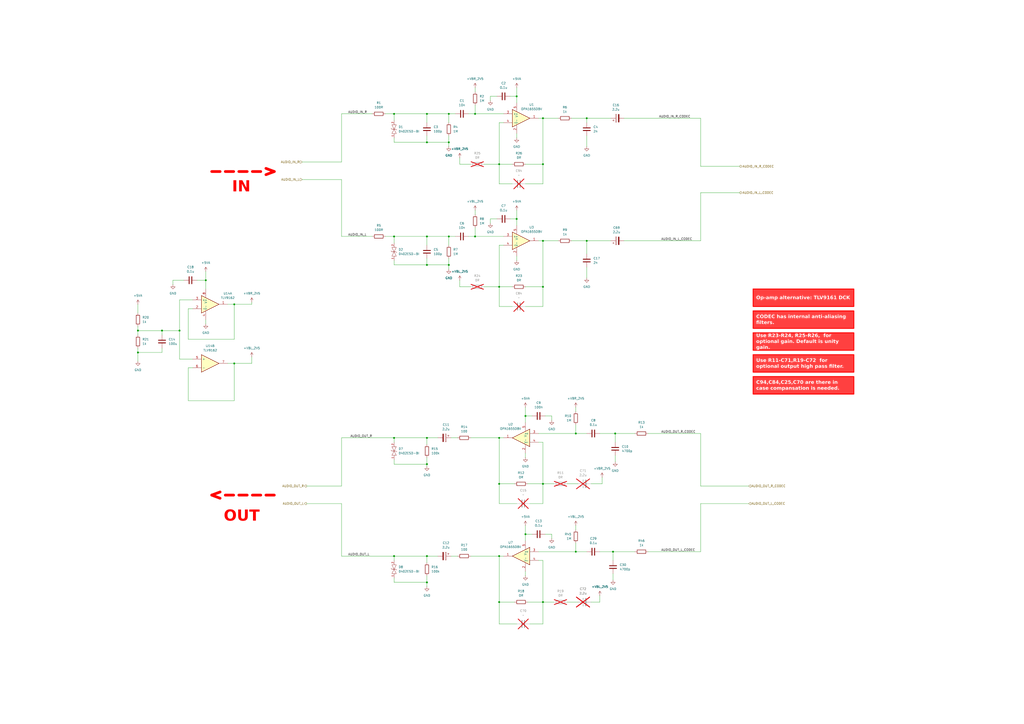
<source format=kicad_sch>
(kicad_sch (version 20231120) (generator "eeschema") (generator_version "8.0")
  (paper "A2")
  (title_block (title "ANALOG") (date "2025-03-29") (rev "0.1"))
  (lib_symbols
    (symbol "Device:C" (pin_numbers hide) (pin_names (offset 0.254))
      (property "Reference" "C" (at 0.635 2.54 0))
      (property "Value" "C" (at 0.635 -2.54 0))
      (symbol "C_0_1"
        (polyline (pts (xy -2.032 -0.762) (xy 2.032 -0.762)) (stroke (width 0.508)))
        (polyline (pts (xy -2.032 0.762) (xy 2.032 0.762)) (stroke (width 0.508)))
      )
      (symbol "C_1_1"
        (pin passive line (at 0 3.81 270) (length 2.794) (name "~") (number "1"))
        (pin passive line (at 0 -3.81 90) (length 2.794) (name "~") (number "2"))
      )
    )
    (symbol "Device:C_Polarized" (pin_numbers hide) (pin_names (offset 0.254))
      (property "Reference" "C" (at 0.635 2.54 0))
      (property "Value" "C_Polarized" (at 0.635 -2.54 0))
      (symbol "C_Polarized_0_1"
        (rectangle (start -2.286 0.508) (end 2.286 1.016))
        (polyline (pts (xy -1.778 2.286) (xy -0.762 2.286)))
        (polyline (pts (xy -1.27 2.794) (xy -1.27 1.778)))
        (rectangle (start 2.286 -0.508) (end -2.286 -1.016) (fill (type outline)))
      )
      (symbol "C_Polarized_1_1"
        (pin passive line (at 0 3.81 270) (length 2.794) (name "~") (number "1"))
        (pin passive line (at 0 -3.81 90) (length 2.794) (name "~") (number "2"))
      )
    )
    (symbol "Device:R" (pin_numbers hide) (pin_names (offset 0))
      (property "Reference" "R" (at 2.032 0 90))
      (property "Value" "R" (at 0 0 90))
      (symbol "R_0_1"
        (rectangle (start -1.016 -2.54) (end 1.016 2.54) (stroke (width 0.254)))
      )
      (symbol "R_1_1"
        (pin passive line (at 0 3.81 270) (length 1.27) (name "~") (number "1"))
        (pin passive line (at 0 -3.81 90) (length 1.27) (name "~") (number "2"))
      )
    )
    (symbol "Wirelles_Guitar_Jack:0402ESD-BI" (pin_names (offset 1.016))
      (property "Reference" "D" (at 0 3.8109 0))
      (property "Value" "0402ESD-BI" (at 0 -5.0885 0))
      (symbol "0402ESD-BI_0_0"
        (pin passive line (at -2.54 0 0) (length 2.54) (name "~") (number "1"))
        (pin passive line (at 7.62 0 180) (length 2.54) (name "~") (number "2"))
      )
      (symbol "0402ESD-BI_0_1"
        (polyline (pts (xy 2.54 1.27) (xy 3.048 1.778)))
        (polyline (pts (xy 2.54 1.27) (xy 2.54 -1.016) (xy 2.032 -1.524)))
        (polyline (pts (xy 0 -1.27) (xy 0 1.27) (xy 2.54 0) (xy 0 -1.27)))
        (polyline (pts (xy 2.54 0) (xy 5.08 -1.27) (xy 5.08 1.27) (xy 2.54 0)))
      )
    )
    (symbol "Wirelles_Guitar_Jack:OPA1655DBV"
      (property "Reference" "U" (at 0 0 0))
      (property "Value" "OPA1655DBV" (at 0 0 0))
      (symbol "OPA1655DBV_0_1"
        (polyline (pts (xy 0 -2.54) (xy 0 -12.7) (xy 10.16 -7.62) (xy 0 -2.54)) (stroke (width 0.254)) (fill (type background)))
      )
      (symbol "OPA1655DBV_1_1"
        (pin output line (at 15.24 -7.62 180) (length 5.08) (name "") (number "1"))
        (pin power_in line (at 2.54 -16.51 90) (length 5.08) (name "V-") (number "2"))
        (pin input line (at -5.08 -5.08 0) (length 5.08) (name "+") (number "3"))
        (pin input line (at -5.08 -10.16 0) (length 5.08) (name "-") (number "4"))
        (pin power_in line (at 2.54 1.27 270) (length 5.08) (name "V+") (number "5"))
      )
    )
    (symbol "Wirelles_Guitar_Jack:TLV9162"
      (property "Reference" "U" (at 0 0 0))
      (property "Value" "TLV9162" (at 0 0 0))
      (symbol "TLV9162_0_1"
        (polyline (pts (xy -1.27 -11.43) (xy -1.27 -21.59) (xy 8.89 -16.51) (xy -1.27 -11.43)) (stroke (width 0.254)) (fill (type background)))
      )
      (symbol "TLV9162_1_1"
        (pin output line (at 13.97 -16.51 180) (length 5.08) (name "") (number "1"))
        (pin input line (at -6.35 -19.05 0) (length 5.08) (name "-") (number "2"))
        (pin input line (at -6.35 -13.97 0) (length 5.08) (name "+") (number "3"))
        (pin power_in line (at 1.27 -25.4 90) (length 5.08) (name "V-") (number "4"))
        (pin power_in line (at 1.27 -7.62 270) (length 5.08) (name "V+") (number "8"))
      )
      (symbol "TLV9162_2_1"
        (pin input line (at -6.35 -13.97 0) (length 5.08) (name "+") (number "5"))
        (pin input line (at -6.35 -19.05 0) (length 5.08) (name "-") (number "6"))
        (pin output line (at 13.97 -16.51 180) (length 5.08) (name "") (number "7"))
      )
    )
    (symbol "power:+5VA" (power) (pin_numbers hide) (pin_names (offset 0) hide)
      (property "Value" "+5VA" (at 0 3.556 0))
      (symbol "+5VA_0_1"
        (polyline (pts (xy -0.762 1.27) (xy 0 2.54)))
        (polyline (pts (xy 0 0) (xy 0 2.54)))
        (polyline (pts (xy 0 2.54) (xy 0.762 1.27)))
      )
      (symbol "+5VA_1_1"
        (pin power_in line (at 0 0 90) (length 0) (name "~") (number "1"))
      )
    )
    (symbol "power:GND" (power) (pin_numbers hide) (pin_names (offset 0) hide)
      (property "Value" "GND" (at 0 -3.81 0))
      (symbol "GND_0_1"
        (polyline (pts (xy 0 0) (xy 0 -1.27) (xy 1.27 -1.27) (xy 0 -2.54) (xy -1.27 -1.27) (xy 0 -1.27)))
      )
      (symbol "GND_1_1"
        (pin power_in line (at 0 0 270) (length 0) (name "~") (number "1"))
      )
    )
  )
  (junction (at 314.96 166.37))
  (junction (at 275.59 137.16))
  (junction (at 355.6 320.04))
  (junction (at 260.35 153.67))
  (junction (at 334.01 251.46))
  (junction (at 80.01 204.47))
  (junction (at 119.38 162.56))
  (junction (at 247.65 153.67))
  (junction (at 228.6 66.04))
  (junction (at 314.96 68.58))
  (junction (at 247.65 269.24))
  (junction (at 135.89 176.53))
  (junction (at 340.36 68.58))
  (junction (at 247.65 82.55))
  (junction (at 289.56 280.67))
  (junction (at 228.6 254))
  (junction (at 247.65 66.04))
  (junction (at 247.65 322.58))
  (junction (at 314.96 95.25))
  (junction (at 80.01 191.77))
  (junction (at 247.65 337.82))
  (junction (at 289.56 95.25))
  (junction (at 314.96 139.7))
  (junction (at 260.35 82.55))
  (junction (at 334.01 320.04))
  (junction (at 304.8 241.3))
  (junction (at 93.98 191.77))
  (junction (at 247.65 254))
  (junction (at 247.65 137.16))
  (junction (at 135.89 210.82))
  (junction (at 356.87 251.46))
  (junction (at 228.6 322.58))
  (junction (at 304.8 309.88))
  (junction (at 314.96 280.67))
  (junction (at 340.36 139.7))
  (junction (at 289.56 254))
  (junction (at 314.96 349.25))
  (junction (at 299.72 127))
  (junction (at 289.56 322.58))
  (junction (at 260.35 66.04))
  (junction (at 228.6 137.16))
  (junction (at 104.14 191.77))
  (junction (at 289.56 166.37))
  (junction (at 289.56 349.25))
  (junction (at 299.72 55.88))
  (junction (at 275.59 66.04))
  (junction (at 260.35 137.16))
  (wire (pts (xy 304.8 95.25) (xy 314.96 95.25)))
  (wire (pts (xy 247.65 82.55) (xy 260.35 82.55)))
  (wire (pts (xy 314.96 68.58) (xy 323.85 68.58)))
  (wire (pts (xy 266.7 95.25) (xy 273.05 95.25)))
  (wire (pts (xy 100.33 162.56) (xy 106.68 162.56)))
  (wire (pts (xy 304.8 262.89) (xy 304.8 265.43)))
  (wire (pts (xy 406.4 292.1) (xy 406.4 320.04)))
  (wire (pts (xy 223.52 66.04) (xy 228.6 66.04)))
  (wire (pts (xy 320.04 241.3) (xy 320.04 243.84)))
  (wire (pts (xy 228.6 66.04) (xy 247.65 66.04)))
  (wire (pts (xy 308.61 309.88) (xy 304.8 309.88)))
  (wire (pts (xy 104.14 173.99) (xy 104.14 191.77)))
  (wire (pts (xy 316.23 241.3) (xy 320.04 241.3)))
  (wire (pts (xy 111.76 213.36) (xy 109.22 213.36)))
  (wire (pts (xy 266.7 166.37) (xy 266.7 162.56)))
  (wire (pts (xy 266.7 91.44) (xy 266.7 95.25)))
  (wire (pts (xy 93.98 191.77) (xy 104.14 191.77)))
  (wire (pts (xy 228.6 82.55) (xy 247.65 82.55)))
  (wire (pts (xy 361.95 139.7) (xy 406.4 139.7)))
  (wire (pts (xy 406.4 68.58) (xy 406.4 96.52)))
  (wire (pts (xy 228.6 153.67) (xy 247.65 153.67)))
  (wire (pts (xy 375.92 320.04) (xy 406.4 320.04)))
  (wire (pts (xy 80.01 191.77) (xy 80.01 194.31)))
  (wire (pts (xy 275.59 60.96) (xy 275.59 66.04)))
  (wire (pts (xy 260.35 153.67) (xy 260.35 156.21)))
  (wire (pts (xy 119.38 185.42) (xy 119.38 187.96)))
  (wire (pts (xy 299.72 148.59) (xy 299.72 151.13)))
  (wire (pts (xy 331.47 139.7) (xy 340.36 139.7)))
  (wire (pts (xy 299.72 77.47) (xy 299.72 80.01)))
  (wire (pts (xy 299.72 121.92) (xy 299.72 127)))
  (wire (pts (xy 109.22 179.07) (xy 109.22 196.85)))
  (wire (pts (xy 361.95 68.58) (xy 406.4 68.58)))
  (wire (pts (xy 260.35 82.55) (xy 260.35 78.74)))
  (wire (pts (xy 320.04 309.88) (xy 320.04 312.42)))
  (wire (pts (xy 340.36 154.94) (xy 340.36 161.29)))
  (wire (pts (xy 284.48 127) (xy 284.48 129.54)))
  (wire (pts (xy 340.36 78.74) (xy 340.36 85.09)))
  (wire (pts (xy 299.72 50.8) (xy 299.72 55.88)))
  (wire (pts (xy 312.42 325.12) (xy 314.96 325.12)))
  (wire (pts (xy 247.65 337.82) (xy 247.65 340.36)))
  (wire (pts (xy 349.25 276.86) (xy 349.25 280.67)))
  (wire (pts (xy 111.76 179.07) (xy 109.22 179.07)))
  (wire (pts (xy 289.56 106.68) (xy 297.18 106.68)))
  (wire (pts (xy 406.4 251.46) (xy 406.4 281.94)))
  (wire (pts (xy 80.01 191.77) (xy 93.98 191.77)))
  (wire (pts (xy 314.96 256.54) (xy 314.96 280.67)))
  (wire (pts (xy 271.78 66.04) (xy 275.59 66.04)))
  (wire (pts (xy 198.12 66.04) (xy 198.12 93.98)))
  (wire (pts (xy 93.98 204.47) (xy 93.98 201.93)))
  (wire (pts (xy 135.89 210.82) (xy 132.08 210.82)))
  (wire (pts (xy 304.8 309.88) (xy 304.8 313.69)))
  (wire (pts (xy 175.26 93.98) (xy 198.12 93.98)))
  (wire (pts (xy 135.89 232.41) (xy 135.89 210.82)))
  (wire (pts (xy 356.87 264.16) (xy 356.87 267.97)))
  (wire (pts (xy 223.52 137.16) (xy 228.6 137.16)))
  (wire (pts (xy 100.33 165.1) (xy 100.33 162.56)))
  (wire (pts (xy 198.12 137.16) (xy 198.12 104.14)))
  (wire (pts (xy 80.01 204.47) (xy 93.98 204.47)))
  (wire (pts (xy 334.01 236.22) (xy 334.01 238.76)))
  (wire (pts (xy 260.35 137.16) (xy 264.16 137.16)))
  (wire (pts (xy 355.6 320.04) (xy 368.3 320.04)))
  (wire (pts (xy 198.12 137.16) (xy 215.9 137.16)))
  (wire (pts (xy 247.65 254) (xy 247.65 257.81)))
  (wire (pts (xy 292.1 71.12) (xy 289.56 71.12)))
  (wire (pts (xy 119.38 162.56) (xy 119.38 157.48)))
  (wire (pts (xy 135.89 196.85) (xy 135.89 176.53)))
  (wire (pts (xy 314.96 139.7) (xy 314.96 166.37)))
  (wire (pts (xy 228.6 266.7) (xy 228.6 269.24)))
  (wire (pts (xy 109.22 232.41) (xy 135.89 232.41)))
  (wire (pts (xy 198.12 322.58) (xy 228.6 322.58)))
  (wire (pts (xy 260.35 153.67) (xy 260.35 149.86)))
  (wire (pts (xy 275.59 50.8) (xy 275.59 53.34)))
  (wire (pts (xy 314.96 361.95) (xy 307.34 361.95)))
  (wire (pts (xy 114.3 162.56) (xy 119.38 162.56)))
  (wire (pts (xy 247.65 66.04) (xy 247.65 71.12)))
  (wire (pts (xy 228.6 66.04) (xy 228.6 69.85)))
  (wire (pts (xy 146.05 207.01) (xy 146.05 210.82)))
  (wire (pts (xy 280.67 95.25) (xy 289.56 95.25)))
  (wire (pts (xy 299.72 292.1) (xy 289.56 292.1)))
  (wire (pts (xy 321.31 349.25) (xy 314.96 349.25)))
  (wire (pts (xy 228.6 151.13) (xy 228.6 153.67)))
  (wire (pts (xy 266.7 166.37) (xy 273.05 166.37)))
  (wire (pts (xy 80.01 204.47) (xy 80.01 209.55)))
  (wire (pts (xy 247.65 78.74) (xy 247.65 82.55)))
  (wire (pts (xy 314.96 325.12) (xy 314.96 349.25)))
  (wire (pts (xy 289.56 292.1) (xy 289.56 280.67)))
  (wire (pts (xy 289.56 322.58) (xy 289.56 349.25)))
  (wire (pts (xy 135.89 176.53) (xy 132.08 176.53)))
  (wire (pts (xy 288.29 127) (xy 284.48 127)))
  (wire (pts (xy 312.42 320.04) (xy 334.01 320.04)))
  (wire (pts (xy 247.65 265.43) (xy 247.65 269.24)))
  (wire (pts (xy 177.8 292.1) (xy 198.12 292.1)))
  (wire (pts (xy 299.72 127) (xy 299.72 130.81)))
  (wire (pts (xy 119.38 162.56) (xy 119.38 167.64)))
  (wire (pts (xy 299.72 55.88) (xy 299.72 59.69)))
  (wire (pts (xy 328.93 349.25) (xy 335.28 349.25)))
  (wire (pts (xy 356.87 251.46) (xy 368.3 251.46)))
  (wire (pts (xy 355.6 320.04) (xy 355.6 325.12)))
  (wire (pts (xy 347.98 251.46) (xy 356.87 251.46)))
  (wire (pts (xy 228.6 137.16) (xy 228.6 140.97)))
  (wire (pts (xy 304.8 331.47) (xy 304.8 334.01)))
  (wire (pts (xy 340.36 139.7) (xy 340.36 147.32)))
  (wire (pts (xy 349.25 280.67) (xy 342.9 280.67)))
  (wire (pts (xy 347.98 320.04) (xy 355.6 320.04)))
  (wire (pts (xy 260.35 82.55) (xy 260.35 85.09)))
  (wire (pts (xy 292.1 142.24) (xy 289.56 142.24)))
  (wire (pts (xy 275.59 121.92) (xy 275.59 124.46)))
  (wire (pts (xy 304.8 177.8) (xy 314.96 177.8)))
  (wire (pts (xy 289.56 322.58) (xy 292.1 322.58)))
  (wire (pts (xy 406.4 111.76) (xy 429.26 111.76)))
  (wire (pts (xy 334.01 246.38) (xy 334.01 251.46)))
  (wire (pts (xy 314.96 68.58) (xy 314.96 95.25)))
  (wire (pts (xy 299.72 361.95) (xy 289.56 361.95)))
  (wire (pts (xy 406.4 96.52) (xy 429.26 96.52)))
  (wire (pts (xy 80.01 201.93) (xy 80.01 204.47)))
  (wire (pts (xy 304.8 241.3) (xy 304.8 245.11)))
  (wire (pts (xy 328.93 280.67) (xy 335.28 280.67)))
  (wire (pts (xy 80.01 189.23) (xy 80.01 191.77)))
  (wire (pts (xy 340.36 320.04) (xy 334.01 320.04)))
  (wire (pts (xy 321.31 280.67) (xy 314.96 280.67)))
  (wire (pts (xy 314.96 95.25) (xy 314.96 106.68)))
  (wire (pts (xy 228.6 269.24) (xy 247.65 269.24)))
  (wire (pts (xy 228.6 80.01) (xy 228.6 82.55)))
  (wire (pts (xy 109.22 213.36) (xy 109.22 232.41)))
  (wire (pts (xy 104.14 173.99) (xy 111.76 173.99)))
  (wire (pts (xy 356.87 251.46) (xy 356.87 256.54)))
  (wire (pts (xy 289.56 95.25) (xy 289.56 106.68)))
  (wire (pts (xy 289.56 142.24) (xy 289.56 166.37)))
  (wire (pts (xy 316.23 309.88) (xy 320.04 309.88)))
  (wire (pts (xy 289.56 361.95) (xy 289.56 349.25)))
  (wire (pts (xy 289.56 166.37) (xy 289.56 177.8)))
  (wire (pts (xy 306.07 280.67) (xy 314.96 280.67)))
  (wire (pts (xy 228.6 335.28) (xy 228.6 337.82)))
  (wire (pts (xy 198.12 254) (xy 198.12 281.94)))
  (wire (pts (xy 406.4 281.94) (xy 434.34 281.94)))
  (wire (pts (xy 247.65 66.04) (xy 260.35 66.04)))
  (wire (pts (xy 80.01 176.53) (xy 80.01 181.61)))
  (wire (pts (xy 347.98 349.25) (xy 342.9 349.25)))
  (wire (pts (xy 146.05 176.53) (xy 135.89 176.53)))
  (wire (pts (xy 314.96 68.58) (xy 312.42 68.58)))
  (wire (pts (xy 109.22 196.85) (xy 135.89 196.85)))
  (wire (pts (xy 334.01 304.8) (xy 334.01 307.34)))
  (wire (pts (xy 275.59 66.04) (xy 292.1 66.04)))
  (wire (pts (xy 247.65 254) (xy 228.6 254)))
  (wire (pts (xy 247.65 137.16) (xy 260.35 137.16)))
  (wire (pts (xy 308.61 241.3) (xy 304.8 241.3)))
  (wire (pts (xy 355.6 332.74) (xy 355.6 336.55)))
  (wire (pts (xy 314.96 280.67) (xy 314.96 292.1)))
  (wire (pts (xy 247.65 269.24) (xy 247.65 270.51)))
  (wire (pts (xy 280.67 166.37) (xy 289.56 166.37)))
  (wire (pts (xy 271.78 137.16) (xy 275.59 137.16)))
  (wire (pts (xy 104.14 208.28) (xy 104.14 191.77)))
  (wire (pts (xy 261.62 254) (xy 265.43 254)))
  (wire (pts (xy 198.12 254) (xy 228.6 254)))
  (wire (pts (xy 340.36 68.58) (xy 354.33 68.58)))
  (wire (pts (xy 247.65 254) (xy 254 254)))
  (wire (pts (xy 331.47 68.58) (xy 340.36 68.58)))
  (wire (pts (xy 93.98 191.77) (xy 93.98 194.31)))
  (wire (pts (xy 260.35 137.16) (xy 260.35 142.24)))
  (wire (pts (xy 298.45 280.67) (xy 289.56 280.67)))
  (wire (pts (xy 198.12 292.1) (xy 198.12 322.58)))
  (wire (pts (xy 284.48 55.88) (xy 284.48 58.42)))
  (wire (pts (xy 111.76 208.28) (xy 104.14 208.28)))
  (wire (pts (xy 312.42 256.54) (xy 314.96 256.54)))
  (wire (pts (xy 289.56 254) (xy 289.56 280.67)))
  (wire (pts (xy 146.05 210.82) (xy 135.89 210.82)))
  (wire (pts (xy 198.12 66.04) (xy 215.9 66.04)))
  (wire (pts (xy 247.65 322.58) (xy 247.65 326.39)))
  (wire (pts (xy 340.36 139.7) (xy 354.33 139.7)))
  (wire (pts (xy 304.8 166.37) (xy 314.96 166.37)))
  (wire (pts (xy 289.56 95.25) (xy 297.18 95.25)))
  (wire (pts (xy 314.96 166.37) (xy 314.96 177.8)))
  (wire (pts (xy 297.18 166.37) (xy 289.56 166.37)))
  (wire (pts (xy 347.98 345.44) (xy 347.98 349.25)))
  (wire (pts (xy 273.05 254) (xy 289.56 254)))
  (wire (pts (xy 247.65 137.16) (xy 247.65 142.24)))
  (wire (pts (xy 275.59 137.16) (xy 292.1 137.16)))
  (wire (pts (xy 375.92 251.46) (xy 406.4 251.46)))
  (wire (pts (xy 304.8 236.22) (xy 304.8 241.3)))
  (wire (pts (xy 228.6 337.82) (xy 247.65 337.82)))
  (wire (pts (xy 304.8 304.8) (xy 304.8 309.88)))
  (wire (pts (xy 314.96 139.7) (xy 312.42 139.7)))
  (wire (pts (xy 260.35 66.04) (xy 260.35 71.12)))
  (wire (pts (xy 228.6 254) (xy 228.6 256.54)))
  (wire (pts (xy 312.42 251.46) (xy 334.01 251.46)))
  (wire (pts (xy 177.8 281.94) (xy 198.12 281.94)))
  (wire (pts (xy 228.6 322.58) (xy 228.6 325.12)))
  (wire (pts (xy 247.65 322.58) (xy 254 322.58)))
  (wire (pts (xy 334.01 314.96) (xy 334.01 320.04)))
  (wire (pts (xy 247.65 149.86) (xy 247.65 153.67)))
  (wire (pts (xy 247.65 334.01) (xy 247.65 337.82)))
  (wire (pts (xy 247.65 153.67) (xy 260.35 153.67)))
  (wire (pts (xy 314.96 292.1) (xy 307.34 292.1)))
  (wire (pts (xy 304.8 106.68) (xy 314.96 106.68)))
  (wire (pts (xy 273.05 322.58) (xy 289.56 322.58)))
  (wire (pts (xy 146.05 175.26) (xy 146.05 176.53)))
  (wire (pts (xy 406.4 111.76) (xy 406.4 139.7)))
  (wire (pts (xy 175.26 104.14) (xy 198.12 104.14)))
  (wire (pts (xy 314.96 139.7) (xy 323.85 139.7)))
  (wire (pts (xy 260.35 66.04) (xy 264.16 66.04)))
  (wire (pts (xy 295.91 55.88) (xy 299.72 55.88)))
  (wire (pts (xy 298.45 349.25) (xy 289.56 349.25)))
  (wire (pts (xy 289.56 254) (xy 292.1 254)))
  (wire (pts (xy 340.36 68.58) (xy 340.36 71.12)))
  (wire (pts (xy 228.6 137.16) (xy 247.65 137.16)))
  (wire (pts (xy 406.4 292.1) (xy 434.34 292.1)))
  (wire (pts (xy 289.56 177.8) (xy 297.18 177.8)))
  (wire (pts (xy 275.59 132.08) (xy 275.59 137.16)))
  (wire (pts (xy 261.62 322.58) (xy 265.43 322.58)))
  (wire (pts (xy 288.29 55.88) (xy 284.48 55.88)))
  (wire (pts (xy 306.07 349.25) (xy 314.96 349.25)))
  (wire (pts (xy 289.56 71.12) (xy 289.56 95.25)))
  (wire (pts (xy 228.6 322.58) (xy 247.65 322.58)))
  (wire (pts (xy 314.96 349.25) (xy 314.96 361.95)))
  (wire (pts (xy 340.36 251.46) (xy 334.01 251.46)))
  (wire (pts (xy 295.91 127) (xy 299.72 127)))
  (text_box "Op-amp alternative: TLV9161 DCK\n" (at 436.88 167.64 0) (size 58.42 10.16) (stroke (width 0.508) (color 255 0 0 0.7490196078)) (fill (type color) (color 255 0 0 0.7490196078)) (effects (font (size 2.032 2.032) (thickness 0.3048) (bold yes)) (justify left)))
  (text_box "Use R11-C71,R19-C72  for optional output high pass filter. " (at 436.88 205.74 0) (size 58.42 10.16) (stroke (width 0.508) (color 255 0 0 0.7490196078)) (fill (type color) (color 255 0 0 0.7490196078)) (effects (font (size 2.032 2.032) (thickness 0.3048) (bold yes)) (justify left)))
  (text_box "CODEC has internal anti-aliasing filters. " (at 436.88 180.34 0) (size 58.42 10.16) (stroke (width 0.508) (color 255 0 0 0.7490196078)) (fill (type color) (color 255 0 0 0.7490196078)) (effects (font (size 2.032 2.032) (thickness 0.3048) (bold yes)) (justify left)))
  (text_box "C94,C84,C25,C70 are there in case compansation is needed." (at 436.88 218.44 0) (size 58.42 10.16) (stroke (width 0.508) (color 255 0 0 0.7490196078)) (fill (type color) (color 255 0 0 0.7490196078)) (effects (font (size 2.032 2.032) (thickness 0.3048) (bold yes)) (justify left)))
  (text_box "Use R23-R24, R25-R26,  for optional gain. Default is unity gain." (at 436.88 193.04 0) (size 58.42 10.16) (stroke (width 0.508) (color 255 0 0 0.7490196078)) (fill (type color) (color 255 0 0 0.7490196078)) (effects (font (size 2.032 2.032) (thickness 0.3048) (bold yes)) (justify left)))
  (text "IN\n" (at 139.954 110.236 0) (effects (font (size 6.35 6.35) (thickness 2.54) (bold yes))))
  (text "<----" (at 140.97 287.02 0) (effects (font (size 6.35 6.35) (thickness 2.54) (bold yes))))
  (text "---->" (at 140.97 99.314 0) (effects (font (size 6.35 6.35) (thickness 2.54) (bold yes))))
  (text "OUT" (at 140.208 301.244 0) (effects (font (size 6.35 6.35) (thickness 2.54) (bold yes))))
  (label "AUDIO_OUT_L" (at 201.93 322.58 0))
  (label "AUDIO_OUT_R" (at 203.2 254 0))
  (label "AUDIO_OUT_L_CODEC" (at 383.54 320.04 0))
  (label "AUDIO_IN_R" (at 201.93 66.04 0))
  (label "AUDIO_IN_L" (at 201.93 137.16 0))
  (label "AUDIO_OUT_R_CODEC" (at 383.54 251.46 0))
  (label "AUDIO_IN_L_CODEC" (at 383.54 139.7 0))
  (label "AUDIO_IN_R_CODEC" (at 382.27 68.58 0))
  (hierarchical_label "AUDIO_IN_R" (shape input) (at 175.26 93.98 180))
  (hierarchical_label "AUDIO_IN_L_CODEC" (shape output) (at 429.26 111.76 0))
  (hierarchical_label "AUDIO_OUT_R_CODEC" (shape input) (at 434.34 281.94 0))
  (hierarchical_label "AUDIO_OUT_R" (shape output) (at 177.8 281.94 180))
  (hierarchical_label "AUDIO_IN_L" (shape input) (at 175.26 104.14 180))
  (hierarchical_label "AUDIO_OUT_L" (shape output) (at 177.8 292.1 180))
  (hierarchical_label "AUDIO_IN_R_CODEC" (shape output) (at 429.26 96.52 0))
  (hierarchical_label "AUDIO_OUT_L_CODEC" (shape input) (at 434.34 292.1 0))
  (symbol (lib_id "power:GND") (at 284.48 129.54 0) (unit 1)
    (property "Reference" "#PWR09" (effects (hide yes)))
    (property "Value" "GND" (at 284.48 134.62 0))
    (property "Description" "Power symbol creates a global label with name \"GND\" , ground" (effects (hide yes)))
  )
  (symbol (lib_id "Device:C") (at 247.65 146.05 180) (unit 1)
    (property "Reference" "C5" (at 251.46 144.7799 0) (effects (justify right)))
    (property "Value" "100p" (at 251.46 147.3199 0) (effects (justify right)))
    (property "Footprint" "Capacitor_SMD:C_0402_1005Metric" (effects (hide yes)))
    (property "Description" "Unpolarized capacitor" (effects (hide yes)))
  )
  (symbol (lib_id "Device:C") (at 247.65 74.93 180) (unit 1)
    (property "Reference" "C3" (at 251.46 73.6599 0) (effects (justify right)))
    (property "Value" "100p" (at 251.46 76.1999 0) (effects (justify right)))
    (property "Footprint" "Capacitor_SMD:C_0402_1005Metric" (effects (hide yes)))
    (property "Description" "Unpolarized capacitor" (effects (hide yes)))
  )
  (symbol (lib_id "Device:C") (at 312.42 241.3 90) (mirror x) (unit 1)
    (property "Reference" "C9" (at 312.42 233.68 90))
    (property "Value" "100n" (at 312.42 236.22 90))
    (property "Footprint" "Capacitor_SMD:C_0402_1005Metric" (effects (hide yes)))
    (property "Description" "Unpolarized capacitor" (effects (hide yes)))
  )
  (symbol (lib_id "power:GND") (at 299.72 151.13 0) (unit 1)
    (property "Reference" "#PWR011" (effects (hide yes)))
    (property "Value" "GND" (at 299.72 156.21 0))
    (property "Description" "Power symbol creates a global label with name \"GND\" , ground" (effects (hide yes)))
  )
  (symbol (lib_id "power:+5VA") (at 347.98 345.44 0) (mirror y) (unit 1)
    (property "Reference" "#PWR021" (effects (hide yes)))
    (property "Value" "+VBL_2V5" (at 347.98 340.36 0))
    (property "Description" "Power symbol creates a global label with name \"+5VA\"" (effects (hide yes)))
  )
  (symbol (lib_id "Device:C") (at 303.53 292.1 270) (mirror x) (unit 1) (dnp yes)
    (property "Reference" "C15" (at 303.53 284.48 90))
    (property "Value" "~" (at 303.53 287.02 90))
    (property "Footprint" "Capacitor_SMD:C_0402_1005Metric" (effects (hide yes)))
    (property "Description" "Unpolarized capacitor" (effects (hide yes)))
  )
  (symbol (lib_id "power:GND") (at 304.8 334.01 0) (mirror y) (unit 1)
    (property "Reference" "#PWR028" (effects (hide yes)))
    (property "Value" "GND" (at 304.8 339.09 0))
    (property "Description" "Power symbol creates a global label with name \"GND\" , ground" (effects (hide yes)))
  )
  (symbol (lib_id "Device:C") (at 292.1 55.88 270) (unit 1)
    (property "Reference" "C2" (at 292.1 48.26 90))
    (property "Value" "0.1u" (at 292.1 50.8 90))
    (property "Footprint" "Capacitor_SMD:C_0402_1005Metric" (effects (hide yes)))
    (property "Description" "Unpolarized capacitor" (effects (hide yes)))
  )
  (symbol (lib_id "Device:R") (at 302.26 349.25 270) (mirror x) (unit 1)
    (property "Reference" "R18" (at 302.26 342.9 90))
    (property "Value" "0R" (at 302.26 345.44 90))
    (property "Footprint" "Resistor_SMD:R_0402_1005Metric" (effects (hide yes)))
    (property "Description" "Resistor" (effects (hide yes)))
  )
  (symbol (lib_id "power:+5VA") (at 146.05 207.01 0) (unit 1)
    (property "Reference" "#PWR0113" (effects (hide yes)))
    (property "Value" "+VBL_2V5" (at 146.05 201.93 0))
    (property "Description" "Power symbol creates a global label with name \"+5VA\"" (effects (hide yes)))
  )
  (symbol (lib_id "Device:R") (at 300.99 166.37 90) (unit 1)
    (property "Reference" "R23" (at 300.99 160.02 90))
    (property "Value" "0R" (at 300.99 162.56 90))
    (property "Footprint" "Resistor_SMD:R_0402_1005Metric" (effects (hide yes)))
    (property "Description" "Resistor" (effects (hide yes)))
  )
  (symbol (lib_id "Device:C") (at 356.87 260.35 0) (mirror y) (unit 1)
    (property "Reference" "C10" (at 360.68 259.0799 0) (effects (justify right)))
    (property "Value" "4700p" (at 360.68 261.6199 0) (effects (justify right)))
    (property "Footprint" "Capacitor_SMD:C_0402_1005Metric" (effects (hide yes)))
    (property "Description" "Unpolarized capacitor" (effects (hide yes)))
  )
  (symbol (lib_id "Device:C_Polarized") (at 358.14 68.58 90) (unit 1)
    (property "Reference" "C16" (at 357.251 60.96 90))
    (property "Value" "2.2u" (at 357.251 63.5 90))
    (property "Footprint" "Wirelles_Guitar_Jack:CAPC1608X90" (effects (hide yes)))
    (property "Description" "Polarized capacitor" (effects (hide yes)))
  )
  (symbol (lib_id "Device:R") (at 372.11 320.04 90) (unit 1)
    (property "Reference" "R46" (at 372.11 313.69 90))
    (property "Value" "1k" (at 372.11 316.23 90))
    (property "Footprint" "Resistor_SMD:R_0402_1005Metric" (effects (hide yes)))
    (property "Description" "Resistor" (effects (hide yes)))
  )
  (symbol (lib_id "power:+5VA") (at 266.7 162.56 0) (unit 1)
    (property "Reference" "#PWR0106" (effects (hide yes)))
    (property "Value" "+VBL_2V5" (at 266.7 157.48 0))
    (property "Description" "Power symbol creates a global label with name \"+5VA\"" (effects (hide yes)))
  )
  (symbol (lib_id "power:+5VA") (at 334.01 236.22 0) (mirror y) (unit 1)
    (property "Reference" "#PWR013" (effects (hide yes)))
    (property "Value" "+VBR_2V5" (at 334.01 231.14 0))
    (property "Description" "Power symbol creates a global label with name \"+5VA\"" (effects (hide yes)))
  )
  (symbol (lib_id "power:GND") (at 304.8 265.43 0) (mirror y) (unit 1)
    (property "Reference" "#PWR016" (effects (hide yes)))
    (property "Value" "GND" (at 304.8 270.51 0))
    (property "Description" "Power symbol creates a global label with name \"GND\" , ground" (effects (hide yes)))
  )
  (symbol (lib_id "Device:R") (at 275.59 57.15 0) (unit 1)
    (property "Reference" "R2" (at 278.13 55.8799 0) (effects (justify left)))
    (property "Value" "1M" (at 278.13 58.4199 0) (effects (justify left)))
    (property "Footprint" "Resistor_SMD:R_0402_1005Metric" (effects (hide yes)))
    (property "Description" "Resistor" (effects (hide yes)))
  )
  (symbol (lib_id "Wirelles_Guitar_Jack:OPA1655DBV") (at 297.18 60.96 0) (unit 1)
    (property "Reference" "U1" (at 308.356 60.706 0))
    (property "Value" "OPA1655DBV" (at 308.356 63.246 0))
    (property "Footprint" "Package_TO_SOT_SMD:SOT-23-5" (effects (hide yes)))
  )
  (symbol (lib_id "Wirelles_Guitar_Jack:TLV9162") (at 118.11 160.02 0) (unit 1)
    (property "Reference" "U14" (at 132.08 170.2114 0))
    (property "Value" "TLV9162" (at 132.08 172.7514 0))
    (property "Footprint" "Wirelles_Guitar_Jack:SOT23_DDF_TEX" (effects (hide yes)))
  )
  (symbol (lib_id "Device:R") (at 219.71 137.16 90) (unit 1)
    (property "Reference" "R5" (at 219.71 130.81 90))
    (property "Value" "100R" (at 219.71 133.35 90))
    (property "Footprint" "Resistor_SMD:R_0402_1005Metric" (effects (hide yes)))
    (property "Description" "Resistor" (effects (hide yes)))
  )
  (symbol (lib_id "power:GND") (at 340.36 161.29 0) (unit 1)
    (property "Reference" "#PWR024" (effects (hide yes)))
    (property "Value" "GND" (at 340.36 166.37 0))
    (property "Description" "Power symbol creates a global label with name \"GND\" , ground" (effects (hide yes)))
  )
  (symbol (lib_id "Device:C") (at 93.98 198.12 180) (unit 1)
    (property "Reference" "C14" (at 97.79 196.8499 0) (effects (justify right)))
    (property "Value" "100u" (at 97.79 199.3899 0) (effects (justify right)))
    (property "Footprint" "Capacitor_SMD:C_1206_3216Metric" (effects (hide yes)))
    (property "Description" "Unpolarized capacitor" (effects (hide yes)))
  )
  (symbol (lib_id "Device:C") (at 267.97 137.16 90) (unit 1)
    (property "Reference" "C6" (at 267.97 129.54 90))
    (property "Value" "10n" (at 267.97 132.08 90))
    (property "Footprint" "Capacitor_SMD:C_0402_1005Metric" (effects (hide yes)))
    (property "Description" "Unpolarized capacitor" (effects (hide yes)))
  )
  (symbol (lib_id "Device:R") (at 247.65 330.2 0) (mirror y) (unit 1)
    (property "Reference" "R16" (at 250.19 328.9299 0) (effects (justify right)))
    (property "Value" "100k" (at 250.19 331.4699 0) (effects (justify right)))
    (property "Footprint" "Resistor_SMD:R_0402_1005Metric" (effects (hide yes)))
    (property "Description" "Resistor" (effects (hide yes)))
  )
  (symbol (lib_id "power:GND") (at 356.87 267.97 0) (unit 1)
    (property "Reference" "#PWR017" (effects (hide yes)))
    (property "Value" "GND" (at 356.87 273.05 0))
    (property "Description" "Power symbol creates a global label with name \"GND\" , ground" (effects (hide yes)))
  )
  (symbol (lib_id "Wirelles_Guitar_Jack:TLV9162") (at 118.11 194.31 0) (unit 2)
    (property "Reference" "U14" (at 121.92 200.66 0))
    (property "Value" "TLV9162" (at 121.92 203.2 0))
    (property "Footprint" "Wirelles_Guitar_Jack:SOT23_DDF_TEX" (effects (hide yes)))
  )
  (symbol (lib_id "power:GND") (at 320.04 243.84 0) (mirror y) (unit 1)
    (property "Reference" "#PWR014" (effects (hide yes)))
    (property "Value" "GND" (at 320.04 248.92 0))
    (property "Description" "Power symbol creates a global label with name \"GND\" , ground" (effects (hide yes)))
  )
  (symbol (lib_id "Device:R") (at 260.35 74.93 0) (unit 1)
    (property "Reference" "R4" (at 262.89 73.6599 0) (effects (justify left)))
    (property "Value" "1M" (at 262.89 76.1999 0) (effects (justify left)))
    (property "Footprint" "Resistor_SMD:R_0402_1005Metric" (effects (hide yes)))
    (property "Description" "Resistor" (effects (hide yes)))
  )
  (symbol (lib_id "Device:C") (at 340.36 151.13 180) (unit 1)
    (property "Reference" "C17" (at 344.17 149.8599 0) (effects (justify right)))
    (property "Value" "2n" (at 344.17 152.3999 0) (effects (justify right)))
    (property "Footprint" "Capacitor_SMD:C_0402_1005Metric" (effects (hide yes)))
    (property "Description" "Unpolarized capacitor" (effects (hide yes)))
  )
  (symbol (lib_id "power:GND") (at 320.04 312.42 0) (mirror y) (unit 1)
    (property "Reference" "#PWR029" (effects (hide yes)))
    (property "Value" "GND" (at 320.04 317.5 0))
    (property "Description" "Power symbol creates a global label with name \"GND\" , ground" (effects (hide yes)))
  )
  (symbol (lib_id "Device:C") (at 110.49 162.56 270) (unit 1)
    (property "Reference" "C18" (at 110.49 154.94 90))
    (property "Value" "0.1u" (at 110.49 157.48 90))
    (property "Footprint" "Capacitor_SMD:C_0402_1005Metric" (effects (hide yes)))
    (property "Description" "Unpolarized capacitor" (effects (hide yes)))
  )
  (symbol (lib_id "Wirelles_Guitar_Jack:0402ESD-BI") (at 228.6 148.59 90) (unit 1)
    (property "Reference" "D2" (at 231.14 144.7799 90) (effects (justify right)))
    (property "Value" "0402ESD-BI" (at 231.14 147.3199 90) (effects (justify right)))
    (property "Footprint" "Wirelles_Guitar_Jack:RESC1005X35N" (effects (hide yes)))
    (property "MF" "Littelfuse Inc." (effects (hide yes)))
    (property "Description_1" "\n                        \n                            40V Clamp - Ipp Tvs Diode Surface Mount 0402\n                        \n" (effects (hide yes)))
    (property "Package" "0402 Littelfuse Inc." (effects (hide yes)))
    (property "Price" "None" (effects (hide yes)))
    (property "SnapEDA_Link" "https://www.snapeda.com/parts/PESD0402-140/Littelfuse/view-part/?ref=snap" (effects (hide yes)))
    (property "MP" "PESD0402-140" (effects (hide yes)))
    (property "Availability" "In Stock" (effects (hide yes)))
    (property "Check_prices" "https://www.snapeda.com/parts/PESD0402-140/Littelfuse/view-part/?ref=eda" (effects (hide yes)))
  )
  (symbol (lib_id "Device:R") (at 269.24 254 90) (mirror x) (unit 1)
    (property "Reference" "R14" (at 269.24 247.65 90))
    (property "Value" "100" (at 269.24 250.19 90))
    (property "Footprint" "Resistor_SMD:R_0402_1005Metric" (effects (hide yes)))
    (property "Description" "Resistor" (effects (hide yes)))
  )
  (symbol (lib_id "Device:R") (at 300.99 95.25 90) (unit 1)
    (property "Reference" "R26" (at 300.99 88.9 90))
    (property "Value" "0R" (at 300.99 91.44 90))
    (property "Footprint" "Resistor_SMD:R_0402_1005Metric" (effects (hide yes)))
    (property "Description" "Resistor" (effects (hide yes)))
  )
  (symbol (lib_id "Wirelles_Guitar_Jack:0402ESD-BI") (at 228.6 77.47 90) (unit 1)
    (property "Reference" "D1" (at 231.14 73.6599 90) (effects (justify right)))
    (property "Value" "0402ESD-BI" (at 231.14 76.1999 90) (effects (justify right)))
    (property "Footprint" "Wirelles_Guitar_Jack:RESC1005X35N" (effects (hide yes)))
    (property "MF" "Littelfuse Inc." (effects (hide yes)))
    (property "Description_1" "\n                        \n                            40V Clamp - Ipp Tvs Diode Surface Mount 0402\n                        \n" (effects (hide yes)))
    (property "Package" "0402 Littelfuse Inc." (effects (hide yes)))
    (property "Price" "None" (effects (hide yes)))
    (property "SnapEDA_Link" "https://www.snapeda.com/parts/PESD0402-140/Littelfuse/view-part/?ref=snap" (effects (hide yes)))
    (property "MP" "PESD0402-140" (effects (hide yes)))
    (property "Availability" "In Stock" (effects (hide yes)))
    (property "Check_prices" "https://www.snapeda.com/parts/PESD0402-140/Littelfuse/view-part/?ref=eda" (effects (hide yes)))
  )
  (symbol (lib_id "power:GND") (at 299.72 80.01 0) (unit 1)
    (property "Reference" "#PWR02" (effects (hide yes)))
    (property "Value" "GND" (at 299.72 85.09 0))
    (property "Description" "Power symbol creates a global label with name \"GND\" , ground" (effects (hide yes)))
  )
  (symbol (lib_id "power:+5VA") (at 304.8 236.22 0) (mirror y) (unit 1)
    (property "Reference" "#PWR015" (effects (hide yes)))
    (property "Value" "+5VA" (at 304.8 231.14 0))
    (property "Description" "Power symbol creates a global label with name \"+5VA\"" (effects (hide yes)))
  )
  (symbol (lib_id "Device:C") (at 300.99 106.68 270) (mirror x) (unit 1) (dnp yes)
    (property "Reference" "C94" (at 300.99 99.06 90))
    (property "Value" "~" (at 300.99 101.6 90))
    (property "Footprint" "Capacitor_SMD:C_0402_1005Metric" (effects (hide yes)))
    (property "Description" "Unpolarized capacitor" (effects (hide yes)))
  )
  (symbol (lib_id "power:GND") (at 247.65 340.36 0) (mirror y) (unit 1)
    (property "Reference" "#PWR019" (effects (hide yes)))
    (property "Value" "GND" (at 247.65 345.44 0))
    (property "Description" "Power symbol creates a global label with name \"GND\" , ground" (effects (hide yes)))
  )
  (symbol (lib_id "power:GND") (at 355.6 336.55 0) (unit 1)
    (property "Reference" "#PWR075" (effects (hide yes)))
    (property "Value" "GND" (at 355.6 341.63 0))
    (property "Description" "Power symbol creates a global label with name \"GND\" , ground" (effects (hide yes)))
  )
  (symbol (lib_id "Device:R") (at 334.01 242.57 0) (mirror y) (unit 1)
    (property "Reference" "R10" (at 331.47 241.2999 0) (effects (justify left)))
    (property "Value" "1M" (at 331.47 243.8399 0) (effects (justify left)))
    (property "Footprint" "Resistor_SMD:R_0402_1005Metric" (effects (hide yes)))
    (property "Description" "Resistor" (effects (hide yes)))
  )
  (symbol (lib_id "Wirelles_Guitar_Jack:OPA1655DBV") (at 297.18 132.08 0) (unit 1)
    (property "Reference" "U3" (at 308.356 131.826 0))
    (property "Value" "OPA1655DBV" (at 308.356 134.366 0))
    (property "Footprint" "Package_TO_SOT_SMD:SOT-23-5" (effects (hide yes)))
  )
  (symbol (lib_id "Device:C_Polarized") (at 257.81 322.58 270) (unit 1)
    (property "Reference" "C12" (at 258.699 314.96 90))
    (property "Value" "2.2u" (at 258.699 317.5 90))
    (property "Footprint" "Wirelles_Guitar_Jack:CAPC1608X90" (effects (hide yes)))
    (property "Description" "Polarized capacitor" (effects (hide yes)))
  )
  (symbol (lib_id "Device:R") (at 219.71 66.04 90) (unit 1)
    (property "Reference" "R1" (at 219.71 59.69 90))
    (property "Value" "100R" (at 219.71 62.23 90))
    (property "Footprint" "Resistor_SMD:R_0402_1005Metric" (effects (hide yes)))
    (property "Description" "Resistor" (effects (hide yes)))
  )
  (symbol (lib_id "power:GND") (at 119.38 187.96 0) (mirror y) (unit 1)
    (property "Reference" "#PWR0114" (effects (hide yes)))
    (property "Value" "GND" (at 119.38 193.04 0))
    (property "Description" "Power symbol creates a global label with name \"GND\" , ground" (effects (hide yes)))
  )
  (symbol (lib_id "power:+5VA") (at 119.38 157.48 0) (unit 1)
    (property "Reference" "#PWR0115" (effects (hide yes)))
    (property "Value" "+5VA" (at 119.38 152.4 0))
    (property "Description" "Power symbol creates a global label with name \"+5VA\"" (effects (hide yes)))
  )
  (symbol (lib_id "Device:R") (at 302.26 280.67 270) (mirror x) (unit 1)
    (property "Reference" "R12" (at 302.26 274.32 90))
    (property "Value" "0R" (at 302.26 276.86 90))
    (property "Footprint" "Resistor_SMD:R_0402_1005Metric" (effects (hide yes)))
    (property "Description" "Resistor" (effects (hide yes)))
  )
  (symbol (lib_id "Device:R") (at 269.24 322.58 90) (mirror x) (unit 1)
    (property "Reference" "R17" (at 269.24 316.23 90))
    (property "Value" "100" (at 269.24 318.77 90))
    (property "Footprint" "Resistor_SMD:R_0402_1005Metric" (effects (hide yes)))
    (property "Description" "Resistor" (effects (hide yes)))
  )
  (symbol (lib_id "Device:C_Polarized") (at 358.14 139.7 90) (unit 1)
    (property "Reference" "C69" (at 357.632 132.08 90))
    (property "Value" "2.2u" (at 357.632 134.62 90))
    (property "Footprint" "Wirelles_Guitar_Jack:CAPC1608X90" (effects (hide yes)))
    (property "Description" "Polarized capacitor" (effects (hide yes)))
  )
  (symbol (lib_id "Device:C") (at 300.99 177.8 270) (mirror x) (unit 1) (dnp yes)
    (property "Reference" "C84" (at 300.99 170.18 90))
    (property "Value" "~" (at 300.99 172.72 90))
    (property "Footprint" "Capacitor_SMD:C_0402_1005Metric" (effects (hide yes)))
    (property "Description" "Unpolarized capacitor" (effects (hide yes)))
  )
  (symbol (lib_id "Device:R") (at 276.86 95.25 90) (unit 1) (dnp yes)
    (property "Reference" "R25" (at 276.86 88.9 90))
    (property "Value" "0R" (at 276.86 91.44 90))
    (property "Footprint" "Resistor_SMD:R_0402_1005Metric" (effects (hide yes)))
    (property "Description" "Resistor" (effects (hide yes)))
  )
  (symbol (lib_id "Device:C") (at 355.6 328.93 0) (mirror y) (unit 1)
    (property "Reference" "C30" (at 359.41 327.6599 0) (effects (justify right)))
    (property "Value" "4700p" (at 359.41 330.1999 0) (effects (justify right)))
    (property "Footprint" "Capacitor_SMD:C_0402_1005Metric" (effects (hide yes)))
    (property "Description" "Unpolarized capacitor" (effects (hide yes)))
  )
  (symbol (lib_id "Device:R") (at 334.01 311.15 0) (mirror y) (unit 1)
    (property "Reference" "R45" (at 331.47 309.8799 0) (effects (justify left)))
    (property "Value" "1M" (at 331.47 312.4199 0) (effects (justify left)))
    (property "Footprint" "Resistor_SMD:R_0402_1005Metric" (effects (hide yes)))
    (property "Description" "Resistor" (effects (hide yes)))
  )
  (symbol (lib_id "Device:R") (at 327.66 68.58 90) (unit 1)
    (property "Reference" "R6" (at 327.66 62.23 90))
    (property "Value" "1k" (at 327.66 64.77 90))
    (property "Footprint" "Resistor_SMD:R_0402_1005Metric" (effects (hide yes)))
    (property "Description" "Resistor" (effects (hide yes)))
  )
  (symbol (lib_id "Device:R") (at 372.11 251.46 90) (unit 1)
    (property "Reference" "R13" (at 372.11 245.11 90))
    (property "Value" "1k" (at 372.11 247.65 90))
    (property "Footprint" "Resistor_SMD:R_0402_1005Metric" (effects (hide yes)))
    (property "Description" "Resistor" (effects (hide yes)))
  )
  (symbol (lib_id "Device:C") (at 267.97 66.04 90) (unit 1)
    (property "Reference" "C1" (at 267.97 58.42 90))
    (property "Value" "10n" (at 267.97 60.96 90))
    (property "Footprint" "Capacitor_SMD:C_0402_1005Metric" (effects (hide yes)))
    (property "Description" "Unpolarized capacitor" (effects (hide yes)))
  )
  (symbol (lib_id "Device:R") (at 247.65 261.62 0) (mirror y) (unit 1)
    (property "Reference" "R15" (at 250.19 260.3499 0) (effects (justify right)))
    (property "Value" "100k" (at 250.19 262.8899 0) (effects (justify right)))
    (property "Footprint" "Resistor_SMD:R_0402_1005Metric" (effects (hide yes)))
    (property "Description" "Resistor" (effects (hide yes)))
  )
  (symbol (lib_id "power:+5VA") (at 299.72 50.8 0) (unit 1)
    (property "Reference" "#PWR01" (effects (hide yes)))
    (property "Value" "+5VA" (at 299.72 45.72 0))
    (property "Description" "Power symbol creates a global label with name \"+5VA\"" (effects (hide yes)))
  )
  (symbol (lib_id "power:GND") (at 260.35 156.21 0) (unit 1)
    (property "Reference" "#PWR07" (effects (hide yes)))
    (property "Value" "GND" (at 260.35 161.29 0))
    (property "Description" "Power symbol creates a global label with name \"GND\" , ground" (effects (hide yes)))
  )
  (symbol (lib_id "Device:C") (at 303.53 361.95 270) (mirror x) (unit 1) (dnp yes)
    (property "Reference" "C70" (at 303.53 354.33 90))
    (property "Value" "~" (at 303.53 356.87 90))
    (property "Footprint" "Capacitor_SMD:C_0402_1005Metric" (effects (hide yes)))
    (property "Description" "Unpolarized capacitor" (effects (hide yes)))
  )
  (symbol (lib_id "power:+5VA") (at 266.7 91.44 0) (unit 1)
    (property "Reference" "#PWR025" (effects (hide yes)))
    (property "Value" "+VBR_2V5" (at 266.7 86.36 0))
    (property "Description" "Power symbol creates a global label with name \"+5VA\"" (effects (hide yes)))
  )
  (symbol (lib_id "power:GND") (at 247.65 270.51 0) (mirror y) (unit 1)
    (property "Reference" "#PWR018" (effects (hide yes)))
    (property "Value" "GND" (at 247.65 275.59 0))
    (property "Description" "Power symbol creates a global label with name \"GND\" , ground" (effects (hide yes)))
  )
  (symbol (lib_id "Device:C") (at 344.17 320.04 270) (mirror x) (unit 1)
    (property "Reference" "C29" (at 344.17 312.42 90))
    (property "Value" "0.1u" (at 344.17 314.96 90))
    (property "Footprint" "Capacitor_SMD:C_0402_1005Metric" (effects (hide yes)))
    (property "Description" "Unpolarized capacitor" (effects (hide yes)))
  )
  (symbol (lib_id "Device:C") (at 340.36 74.93 180) (unit 1)
    (property "Reference" "C4" (at 344.17 73.6599 0) (effects (justify right)))
    (property "Value" "2n" (at 344.17 76.1999 0) (effects (justify right)))
    (property "Footprint" "Capacitor_SMD:C_0402_1005Metric" (effects (hide yes)))
    (property "Description" "Unpolarized capacitor" (effects (hide yes)))
  )
  (symbol (lib_id "Device:R") (at 80.01 198.12 180) (unit 1)
    (property "Reference" "R21" (at 82.55 196.8499 0) (effects (justify right)))
    (property "Value" "1k" (at 82.55 199.3899 0) (effects (justify right)))
    (property "Footprint" "Resistor_SMD:R_0402_1005Metric" (effects (hide yes)))
    (property "Description" "Resistor" (effects (hide yes)))
  )
  (symbol (lib_id "power:GND") (at 284.48 58.42 0) (unit 1)
    (property "Reference" "#PWR03" (effects (hide yes)))
    (property "Value" "GND" (at 284.48 63.5 0))
    (property "Description" "Power symbol creates a global label with name \"GND\" , ground" (effects (hide yes)))
  )
  (symbol (lib_id "Wirelles_Guitar_Jack:OPA1655DBV") (at 307.34 314.96 0) (mirror y) (unit 1)
    (property "Reference" "U7" (at 296.164 314.706 0))
    (property "Value" "OPA1655DBV" (at 296.164 317.246 0))
    (property "Footprint" "Package_TO_SOT_SMD:SOT-23-5" (effects (hide yes)))
  )
  (symbol (lib_id "power:GND") (at 100.33 165.1 0) (mirror y) (unit 1)
    (property "Reference" "#PWR0116" (effects (hide yes)))
    (property "Value" "GND" (at 100.33 170.18 0))
    (property "Description" "Power symbol creates a global label with name \"GND\" , ground" (effects (hide yes)))
  )
  (symbol (lib_id "Device:C_Polarized") (at 339.09 280.67 90) (unit 1) (dnp yes)
    (property "Reference" "C71" (at 338.201 273.05 90))
    (property "Value" "2.2u" (at 338.201 275.59 90))
    (property "Footprint" "Wirelles_Guitar_Jack:CAPC1608X90" (effects (hide yes)))
    (property "Description" "Polarized capacitor" (effects (hide yes)))
  )
  (symbol (lib_id "Device:C_Polarized") (at 339.09 349.25 90) (unit 1) (dnp yes)
    (property "Reference" "C72" (at 338.201 341.63 90))
    (property "Value" "2.2u" (at 338.201 344.17 90))
    (property "Footprint" "Wirelles_Guitar_Jack:CAPC1608X90" (effects (hide yes)))
    (property "Description" "Polarized capacitor" (effects (hide yes)))
  )
  (symbol (lib_id "Device:R") (at 325.12 349.25 270) (mirror x) (unit 1) (dnp yes)
    (property "Reference" "R19" (at 325.12 342.9 90))
    (property "Value" "0R" (at 325.12 345.44 90))
    (property "Footprint" "Resistor_SMD:R_0402_1005Metric" (effects (hide yes)))
    (property "Description" "Resistor" (effects (hide yes)))
  )
  (symbol (lib_id "Wirelles_Guitar_Jack:0402ESD-BI") (at 228.6 264.16 90) (unit 1)
    (property "Reference" "D7" (at 231.14 260.3499 90) (effects (justify right)))
    (property "Value" "0402ESD-BI" (at 231.14 262.8899 90) (effects (justify right)))
    (property "Footprint" "Wirelles_Guitar_Jack:RESC1005X35N" (effects (hide yes)))
    (property "MF" "Littelfuse Inc." (effects (hide yes)))
    (property "Description_1" "\n                        \n                            40V Clamp - Ipp Tvs Diode Surface Mount 0402\n                        \n" (effects (hide yes)))
    (property "Package" "0402 Littelfuse Inc." (effects (hide yes)))
    (property "Price" "None" (effects (hide yes)))
    (property "SnapEDA_Link" "https://www.snapeda.com/parts/PESD0402-140/Littelfuse/view-part/?ref=snap" (effects (hide yes)))
    (property "MP" "PESD0402-140" (effects (hide yes)))
    (property "Availability" "In Stock" (effects (hide yes)))
    (property "Check_prices" "https://www.snapeda.com/parts/PESD0402-140/Littelfuse/view-part/?ref=eda" (effects (hide yes)))
  )
  (symbol (lib_id "Wirelles_Guitar_Jack:OPA1655DBV") (at 307.34 246.38 0) (mirror y) (unit 1)
    (property "Reference" "U2" (at 296.164 246.126 0))
    (property "Value" "OPA1655DBV" (at 296.164 248.666 0))
    (property "Footprint" "Package_TO_SOT_SMD:SOT-23-5" (effects (hide yes)))
  )
  (symbol (lib_id "power:+5VA") (at 275.59 121.92 0) (unit 1)
    (property "Reference" "#PWR08" (effects (hide yes)))
    (property "Value" "+VBL_2V5" (at 275.59 116.84 0))
    (property "Description" "Power symbol creates a global label with name \"+5VA\"" (effects (hide yes)))
  )
  (symbol (lib_id "Device:R") (at 80.01 185.42 180) (unit 1)
    (property "Reference" "R20" (at 82.55 184.1499 0) (effects (justify right)))
    (property "Value" "1k" (at 82.55 186.6899 0) (effects (justify right)))
    (property "Footprint" "Resistor_SMD:R_0402_1005Metric" (effects (hide yes)))
    (property "Description" "Resistor" (effects (hide yes)))
  )
  (symbol (lib_id "power:+5VA") (at 146.05 175.26 0) (unit 1)
    (property "Reference" "#PWR0112" (effects (hide yes)))
    (property "Value" "+VBR_2V5" (at 146.05 170.18 0))
    (property "Description" "Power symbol creates a global label with name \"+5VA\"" (effects (hide yes)))
  )
  (symbol (lib_id "Device:C") (at 292.1 127 270) (unit 1)
    (property "Reference" "C7" (at 292.1 119.38 90))
    (property "Value" "0.1u" (at 292.1 121.92 90))
    (property "Footprint" "Capacitor_SMD:C_0402_1005Metric" (effects (hide yes)))
    (property "Description" "Unpolarized capacitor" (effects (hide yes)))
  )
  (symbol (lib_id "Device:R") (at 327.66 139.7 90) (unit 1)
    (property "Reference" "R9" (at 327.66 133.35 90))
    (property "Value" "1k" (at 327.66 135.89 90))
    (property "Footprint" "Resistor_SMD:R_0402_1005Metric" (effects (hide yes)))
    (property "Description" "Resistor" (effects (hide yes)))
  )
  (symbol (lib_id "Device:R") (at 276.86 166.37 90) (unit 1) (dnp yes)
    (property "Reference" "R24" (at 276.86 160.02 90))
    (property "Value" "0R" (at 276.86 162.56 90))
    (property "Footprint" "Resistor_SMD:R_0402_1005Metric" (effects (hide yes)))
    (property "Description" "Resistor" (effects (hide yes)))
  )
  (symbol (lib_id "Device:R") (at 275.59 128.27 0) (unit 1)
    (property "Reference" "R8" (at 278.13 126.9999 0) (effects (justify left)))
    (property "Value" "1M" (at 278.13 129.5399 0) (effects (justify left)))
    (property "Footprint" "Resistor_SMD:R_0402_1005Metric" (effects (hide yes)))
    (property "Description" "Resistor" (effects (hide yes)))
  )
  (symbol (lib_id "Device:C") (at 344.17 251.46 270) (mirror x) (unit 1)
    (property "Reference" "C8" (at 344.17 243.84 90))
    (property "Value" "0.1u" (at 344.17 246.38 90))
    (property "Footprint" "Capacitor_SMD:C_0402_1005Metric" (effects (hide yes)))
    (property "Description" "Unpolarized capacitor" (effects (hide yes)))
  )
  (symbol (lib_id "power:+5VA") (at 299.72 121.92 0) (unit 1)
    (property "Reference" "#PWR010" (effects (hide yes)))
    (property "Value" "+5VA" (at 299.72 116.84 0))
    (property "Description" "Power symbol creates a global label with name \"+5VA\"" (effects (hide yes)))
  )
  (symbol (lib_id "Device:C") (at 312.42 309.88 90) (mirror x) (unit 1)
    (property "Reference" "C13" (at 312.42 302.26 90))
    (property "Value" "0.1u" (at 312.42 304.8 90))
    (property "Footprint" "Capacitor_SMD:C_0402_1005Metric" (effects (hide yes)))
    (property "Description" "Unpolarized capacitor" (effects (hide yes)))
  )
  (symbol (lib_id "Device:C_Polarized") (at 257.81 254 270) (unit 1)
    (property "Reference" "C11" (at 258.699 246.38 90))
    (property "Value" "2.2u" (at 258.699 248.92 90))
    (property "Footprint" "Wirelles_Guitar_Jack:CAPC1608X90" (effects (hide yes)))
    (property "Description" "Polarized capacitor" (effects (hide yes)))
  )
  (symbol (lib_id "Device:R") (at 325.12 280.67 270) (mirror x) (unit 1) (dnp yes)
    (property "Reference" "R11" (at 325.12 274.32 90))
    (property "Value" "0R" (at 325.12 276.86 90))
    (property "Footprint" "Resistor_SMD:R_0402_1005Metric" (effects (hide yes)))
    (property "Description" "Resistor" (effects (hide yes)))
  )
  (symbol (lib_id "power:GND") (at 340.36 85.09 0) (unit 1)
    (property "Reference" "#PWR06" (effects (hide yes)))
    (property "Value" "GND" (at 340.36 90.17 0))
    (property "Description" "Power symbol creates a global label with name \"GND\" , ground" (effects (hide yes)))
  )
  (symbol (lib_id "power:+5VA") (at 304.8 304.8 0) (mirror y) (unit 1)
    (property "Reference" "#PWR020" (effects (hide yes)))
    (property "Value" "+5VA" (at 304.8 299.72 0))
    (property "Description" "Power symbol creates a global label with name \"+5VA\"" (effects (hide yes)))
  )
  (symbol (lib_id "power:GND") (at 80.01 209.55 0) (unit 1)
    (property "Reference" "#PWR023" (effects (hide yes)))
    (property "Value" "GND" (at 80.01 214.63 0))
    (property "Description" "Power symbol creates a global label with name \"GND\" , ground" (effects (hide yes)))
  )
  (symbol (lib_id "Device:R") (at 260.35 146.05 0) (unit 1)
    (property "Reference" "R7" (at 262.89 144.7799 0) (effects (justify left)))
    (property "Value" "1M" (at 262.89 147.3199 0) (effects (justify left)))
    (property "Footprint" "Resistor_SMD:R_0402_1005Metric" (effects (hide yes)))
    (property "Description" "Resistor" (effects (hide yes)))
  )
  (symbol (lib_id "power:+5VA") (at 275.59 50.8 0) (unit 1)
    (property "Reference" "#PWR04" (effects (hide yes)))
    (property "Value" "+VBR_2V5" (at 275.59 45.72 0))
    (property "Description" "Power symbol creates a global label with name \"+5VA\"" (effects (hide yes)))
  )
  (symbol (lib_id "Wirelles_Guitar_Jack:0402ESD-BI") (at 228.6 332.74 90) (unit 1)
    (property "Reference" "D8" (at 231.14 328.9299 90) (effects (justify right)))
    (property "Value" "0402ESD-BI" (at 231.14 331.4699 90) (effects (justify right)))
    (property "Footprint" "Wirelles_Guitar_Jack:RESC1005X35N" (effects (hide yes)))
    (property "MF" "Littelfuse Inc." (effects (hide yes)))
    (property "Description_1" "\n                        \n                            40V Clamp - Ipp Tvs Diode Surface Mount 0402\n                        \n" (effects (hide yes)))
    (property "Package" "0402 Littelfuse Inc." (effects (hide yes)))
    (property "Price" "None" (effects (hide yes)))
    (property "SnapEDA_Link" "https://www.snapeda.com/parts/PESD0402-140/Littelfuse/view-part/?ref=snap" (effects (hide yes)))
    (property "MP" "PESD0402-140" (effects (hide yes)))
    (property "Availability" "In Stock" (effects (hide yes)))
    (property "Check_prices" "https://www.snapeda.com/parts/PESD0402-140/Littelfuse/view-part/?ref=eda" (effects (hide yes)))
  )
  (symbol (lib_id "power:GND") (at 260.35 85.09 0) (unit 1)
    (property "Reference" "#PWR05" (effects (hide yes)))
    (property "Value" "GND" (at 260.35 90.17 0))
    (property "Description" "Power symbol creates a global label with name \"GND\" , ground" (effects (hide yes)))
  )
  (symbol (lib_id "power:+5VA") (at 80.01 176.53 0) (unit 1)
    (property "Reference" "#PWR022" (effects (hide yes)))
    (property "Value" "+5VA" (at 80.01 171.45 0))
    (property "Description" "Power symbol creates a global label with name \"+5VA\"" (effects (hide yes)))
  )
  (symbol (lib_id "power:+5VA") (at 334.01 304.8 0) (mirror y) (unit 1)
    (property "Reference" "#PWR030" (effects (hide yes)))
    (property "Value" "+VBL_2V5" (at 334.01 299.72 0))
    (property "Description" "Power symbol creates a global label with name \"+5VA\"" (effects (hide yes)))
  )
  (symbol (lib_id "power:+5VA") (at 349.25 276.86 0) (mirror y) (unit 1)
    (property "Reference" "#PWR012" (effects (hide yes)))
    (property "Value" "+VBR_2V5" (at 349.25 271.78 0))
    (property "Description" "Power symbol creates a global label with name \"+5VA\"" (effects (hide yes)))
  )
)
</source>
